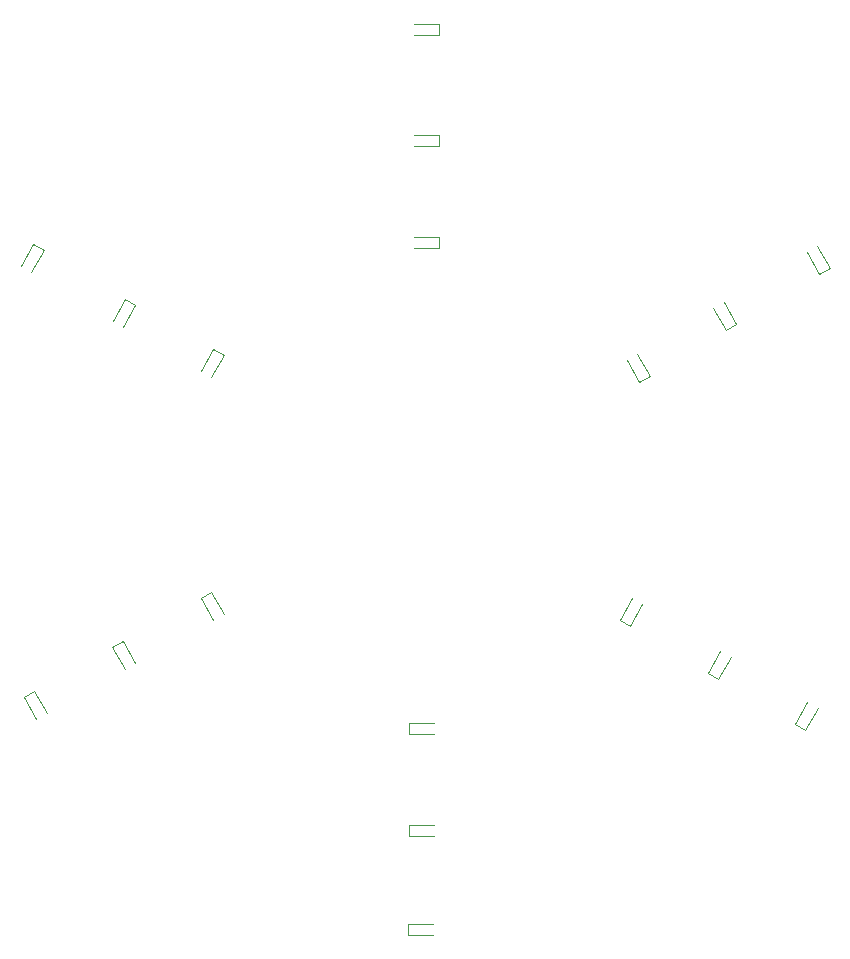
<source format=gto>
G04 #@! TF.FileFunction,Legend,Top*
%FSLAX46Y46*%
G04 Gerber Fmt 4.6, Leading zero omitted, Abs format (unit mm)*
G04 Created by KiCad (PCBNEW 4.0.5+dfsg1-4) date Thu Nov 23 17:58:13 2017*
%MOMM*%
%LPD*%
G01*
G04 APERTURE LIST*
%ADD10C,0.100000*%
%ADD11C,0.120000*%
%ADD12C,0.150000*%
G04 APERTURE END LIST*
D10*
D11*
X119797597Y-115878799D02*
X118931571Y-116378799D01*
X118931571Y-116378799D02*
X119981571Y-118197452D01*
X119797597Y-115878799D02*
X120847597Y-117697452D01*
X120843594Y-95804799D02*
X119977568Y-95304799D01*
X119977568Y-95304799D02*
X118927568Y-97123452D01*
X120843594Y-95804799D02*
X119793594Y-97623452D01*
X139094578Y-86766632D02*
X139094578Y-85766632D01*
X139094578Y-85766632D02*
X136994578Y-85766632D01*
X139094578Y-86766632D02*
X136994578Y-86766632D01*
X156045566Y-98056465D02*
X156911592Y-97556465D01*
X156911592Y-97556465D02*
X155861592Y-95737812D01*
X156045566Y-98056465D02*
X154995566Y-96237812D01*
X154383566Y-118199644D02*
X155249592Y-118699644D01*
X155249592Y-118699644D02*
X156299592Y-116880991D01*
X154383566Y-118199644D02*
X155433566Y-116380991D01*
X136532582Y-126914630D02*
X136532582Y-127914630D01*
X136532582Y-127914630D02*
X138632582Y-127914630D01*
X136532582Y-126914630D02*
X138632582Y-126914630D01*
X112285594Y-120011977D02*
X111419568Y-120511977D01*
X111419568Y-120511977D02*
X112469568Y-122330630D01*
X112285594Y-120011977D02*
X113335594Y-121830630D01*
X113369596Y-91555977D02*
X112503570Y-91055977D01*
X112503570Y-91055977D02*
X111453570Y-92874630D01*
X113369596Y-91555977D02*
X112319596Y-93374630D01*
X139094581Y-78130633D02*
X139094581Y-77130633D01*
X139094581Y-77130633D02*
X136994581Y-77130633D01*
X139094581Y-78130633D02*
X136994581Y-78130633D01*
X163365767Y-93659135D02*
X164231793Y-93159135D01*
X164231793Y-93159135D02*
X163181793Y-91340482D01*
X163365767Y-93659135D02*
X162315767Y-91840482D01*
X161857571Y-122702466D02*
X162723597Y-123202466D01*
X162723597Y-123202466D02*
X163773597Y-121383813D01*
X161857571Y-122702466D02*
X162907571Y-120883813D01*
X136532581Y-135550631D02*
X136532581Y-136550631D01*
X136532581Y-136550631D02*
X138632581Y-136550631D01*
X136532581Y-135550631D02*
X138632581Y-135550631D01*
X104811592Y-124260796D02*
X103945566Y-124760796D01*
X103945566Y-124760796D02*
X104995566Y-126579449D01*
X104811592Y-124260796D02*
X105861592Y-126079449D01*
X105603593Y-86914796D02*
X104737567Y-86414796D01*
X104737567Y-86414796D02*
X103687567Y-88233449D01*
X105603593Y-86914796D02*
X104553593Y-88733449D01*
X139094578Y-68732630D02*
X139094578Y-67732630D01*
X139094578Y-67732630D02*
X136994578Y-67732630D01*
X139094578Y-68732630D02*
X136994578Y-68732630D01*
X171285571Y-88912467D02*
X172151597Y-88412467D01*
X172151597Y-88412467D02*
X171101597Y-86593814D01*
X171285571Y-88912467D02*
X170235571Y-87093814D01*
X169223565Y-127020462D02*
X170089591Y-127520462D01*
X170089591Y-127520462D02*
X171139591Y-125701809D01*
X169223565Y-127020462D02*
X170273565Y-125201809D01*
X136494581Y-143932634D02*
X136494581Y-144932634D01*
X136494581Y-144932634D02*
X138594581Y-144932634D01*
X136494581Y-143932634D02*
X138594581Y-143932634D01*
D12*
M02*

</source>
